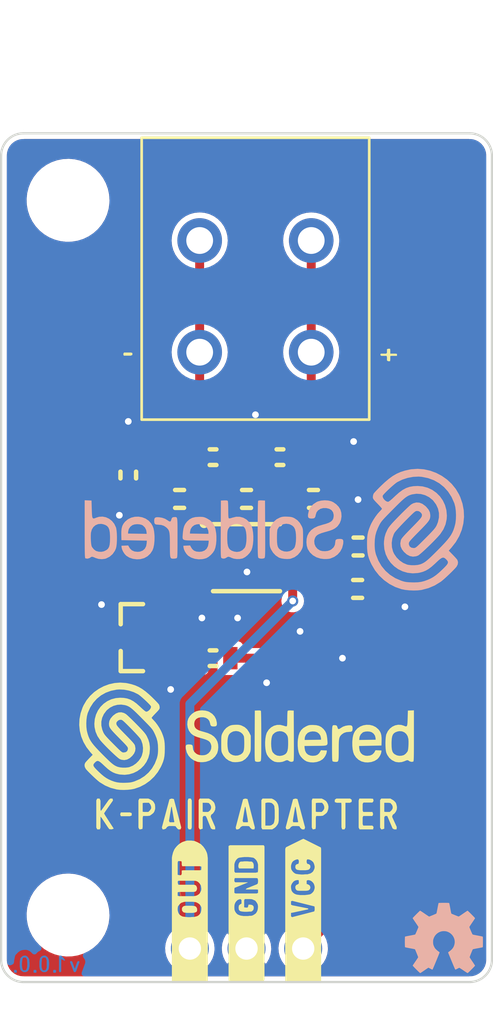
<source format=kicad_pcb>
(kicad_pcb (version 20211014) (generator pcbnew)
  (layers (0 "F.Cu" signal) (31 "B.Cu" signal) (34 "B.Paste" user) (35 "F.Paste" user) (36 "B.SilkS" user "B.Silkscreen") (37 "F.SilkS" user "F.Silkscreen") (38 "B.Mask" user) (39 "F.Mask" user) (44 "Edge.Cuts" user))
  (net 0 "")
  (net 1 "Net-(C1-Pad1)")
  (net 2 "GND")
  (net 3 "Net-(C2-Pad1)")
  (net 4 "VCC")
  (net 5 "Net-(K1-Pad1)")
  (net 6 "Net-(K1-Pad2)")
  (net 7 "Net-(K2-Pad1)")
  (net 8 "Net-(K2-Pad3)")
  (net 9 "Net-(R4-Pad1)")
  (footprint "e-radionica.com footprinti:0603C" (layer "F.Cu") (at 96 110.37)
    (fp_text reference "C3")
    (fp_text value "0.01uF")
    (pad "1" smd rect locked (at -0.73 0) (size 0.66 1) (layers "F.Cu" "F.Paste" "F.Mask") (net 2 "GND"))
    (pad "2" smd rect locked (at 0.73 0) (size 0.66 1) (layers "F.Cu" "F.Paste" "F.Mask") (net 3 "Net-(C2-Pad1)"))
  )
  (footprint "e-radionica.com footprinti:0603R" (layer "F.Cu") (at 97.5 117.5)
    (fp_text reference "R4")
    (fp_text value "1K")
    (pad "1" smd rect locked (at -0.775 0 90) (size 1 0.64) (layers "F.Cu" "F.Paste" "F.Mask") (net 9 "Net-(R4-Pad1)"))
    (pad "2" smd rect locked (at 0.775 0 90) (size 1 0.64) (layers "F.Cu" "F.Paste" "F.Mask") (net 4 "VCC"))
  )
  (footprint "e-radionica.com footprinti:0603L" (layer "F.Cu") (at 104 114.4 180)
    (fp_text reference "L1")
    (fp_text value "Ferrite bead")
    (pad "1" smd rect locked (at -0.71 0 180) (size 0.66 1) (layers "F.Cu" "F.Paste" "F.Mask") (net 8 "Net-(K2-Pad3)"))
    (pad "2" smd rect locked (at 0.75 0 180) (size 0.66 1) (layers "F.Cu" "F.Paste" "F.Mask") (net 4 "VCC"))
  )
  (footprint "e-radionica.com footprinti:0603R" (layer "F.Cu") (at 97.5 108.5)
    (fp_text reference "R3")
    (fp_text value "100R")
    (pad "1" smd rect locked (at -0.775 0 90) (size 1 0.64) (layers "F.Cu" "F.Paste" "F.Mask") (net 5 "Net-(K1-Pad1)"))
    (pad "2" smd rect locked (at 0.775 0 90) (size 1 0.64) (layers "F.Cu" "F.Paste" "F.Mask") (net 3 "Net-(C2-Pad1)"))
  )
  (footprint "e-radionica.com footprinti:0603C" (layer "F.Cu") (at 104 112.5)
    (fp_text reference "C4")
    (fp_text value "0.1uF")
    (pad "1" smd rect locked (at -0.73 0) (size 0.66 1) (layers "F.Cu" "F.Paste" "F.Mask") (net 4 "VCC"))
    (pad "2" smd rect locked (at 0.73 0) (size 0.66 1) (layers "F.Cu" "F.Paste" "F.Mask") (net 2 "GND"))
  )
  (footprint "Soldered Graphics:Logo-Front-SolderedFULL-15mm" (layer "F.Cu") (at 99 121)
    (fp_text reference "REF**" hide)
    (fp_text value "Logo-Front-SolderedFULL-15mm" hide)
  )
  (footprint "Soldered Graphics:Logo-Back-SolderedFULL-17mm" (layer "F.Cu") (at 100.25 111.75)
    (fp_text reference "REF**" hide)
    (fp_text value "Logo-Front-SolderedFULL-17mm" hide)
  )
  (footprint "buzzardLabel" (layer "F.Cu") (at 99 124.5)
    (fp_text reference "" (at 0 0) (layer "F.SilkS") (effects (font (size 1.27 1.27))))
    (fp_text value "" (at 0 0) (layer "F.SilkS") (effects (font (size 1.27 1.27))))
  )
  (footprint "e-radionica.com footprinti:0603R" (layer "F.Cu") (at 100.5 108.5 180)
    (fp_text reference "R2")
    (fp_text value "100R")
    (pad "1" smd rect locked (at -0.775 0 270) (size 1 0.64) (layers "F.Cu" "F.Paste" "F.Mask") (net 6 "Net-(K1-Pad2)"))
    (pad "2" smd rect locked (at 0.775 0 270) (size 1 0.64) (layers "F.Cu" "F.Paste" "F.Mask") (net 1 "Net-(C1-Pad1)"))
  )
  (footprint "buzzardLabel" (layer "F.Cu") (at 96.46 132.4 90)
    (fp_text reference "" (at 0 0 90) (layer "F.SilkS") (effects (font (size 1.27 1.27))))
    (fp_text value "" (at 0 0 90) (layer "F.SilkS") (effects (font (size 1.27 1.27))))
  )
  (footprint "buzzardLabel" (layer "F.Cu") (at 105.37 103.92)
    (fp_text reference "" (at 0 0) (layer "F.SilkS") (effects (font (size 1.27 1.27))))
    (fp_text value "" (at 0 0) (layer "F.SilkS") (effects (font (size 1.27 1.27))))
  )
  (footprint "e-radionica.com footprinti:0603C" (layer "F.Cu") (at 99 110.37)
    (fp_text reference "C2")
    (fp_text value "0.1uF")
    (pad "1" smd rect locked (at -0.73 0) (size 0.66 1) (layers "F.Cu" "F.Paste" "F.Mask") (net 3 "Net-(C2-Pad1)"))
    (pad "2" smd rect locked (at 0.73 0) (size 0.66 1) (layers "F.Cu" "F.Paste" "F.Mask") (net 1 "Net-(C1-Pad1)"))
  )
  (footprint "e-radionica.com footprinti:TERMINAL_KF235-5.0-2P" (layer "F.Cu") (at 99.4 101.3 180)
    (fp_text reference "K1")
    (fp_text value "TERMINAL_KF235-5.0-2P")
    (pad "1" thru_hole circle (at 2.5 -2.5 180) (size 2 2) (drill 1.2) (layers *.Cu *.Mask) (net 5 "Net-(K1-Pad1)"))
    (pad "1" thru_hole circle (at 2.5 2.5 180) (size 2 2) (drill 1.2) (layers *.Cu *.Mask) (net 5 "Net-(K1-Pad1)"))
    (pad "2" thru_hole circle (at -2.5 -2.5 180) (size 2 2) (drill 1.2) (layers *.Cu *.Mask) (net 6 "Net-(K1-Pad2)"))
    (pad "2" thru_hole circle (at -2.5 2.5 180) (size 2 2) (drill 1.2) (layers *.Cu *.Mask) (net 6 "Net-(K1-Pad2)"))
  )
  (footprint "e-radionica.com footprinti:HOLE_3.2mm" (layer "F.Cu") (at 91 129)
    (fp_text reference "H1" hide)
    (fp_text value "HOLE_3.2mm" hide)
    (pad "" np_thru_hole circle locked (at 0 0) (size 3.2 3.2) (drill 3.2) (layers F&B.Cu *.Mask))
  )
  (footprint "Soldered Graphics:Logo-Back-OSH-3.5mm" (layer "F.Cu") (at 107.85 130.03)
    (fp_text reference "G***" hide)
    (fp_text value "LOGO" hide)
  )
  (footprint "e-radionica.com footprinti:SOT-23-3" (layer "F.Cu") (at 94.06 116.58 180)
    (fp_text reference "U1")
    (fp_text value "TL431ACDBZ")
    (pad "1" smd rect locked (at -1.2 -0.95 270) (size 0.6 1) (layers "F.Cu" "F.Paste" "F.Mask") (net 9 "Net-(R4-Pad1)"))
    (pad "2" smd rect locked (at -1.2 0.95 270) (size 0.6 1) (layers "F.Cu" "F.Paste" "F.Mask") (net 9 "Net-(R4-Pad1)"))
    (pad "3" smd rect locked (at 1.2 0 270) (size 0.6 1) (layers "F.Cu" "F.Paste" "F.Mask") (net 2 "GND"))
  )
  (footprint "e-radionica.com footprinti:0603C" (layer "F.Cu") (at 102 110.37)
    (fp_text reference "C1")
    (fp_text value "0.01uF")
    (pad "1" smd rect locked (at -0.73 0) (size 0.66 1) (layers "F.Cu" "F.Paste" "F.Mask") (net 1 "Net-(C1-Pad1)"))
    (pad "2" smd rect locked (at 0.73 0) (size 0.66 1) (layers "F.Cu" "F.Paste" "F.Mask") (net 2 "GND"))
  )
  (footprint "e-radionica.com footprinti:HOLE_3.2mm" (layer "F.Cu") (at 91 97)
    (fp_text reference "H2" hide)
    (fp_text value "HOLE_3.2mm" hide)
    (pad "" np_thru_hole circle locked (at 0 0) (size 3.2 3.2) (drill 3.2) (layers F&B.Cu *.Mask))
  )
  (footprint "e-radionica.com footprinti:TP4056M-MSOP8" (layer "F.Cu") (at 99 113)
    (fp_text reference "U2")
    (fp_text value "AD8495ARMZ")
    (pad "1" smd rect locked (at -1.975 -0.975) (size 1.35 0.45) (layers "F.Cu" "F.Paste" "F.Mask") (net 3 "Net-(C2-Pad1)"))
    (pad "2" smd rect locked (at -1.975 -0.325) (size 1.35 0.45) (layers "F.Cu" "F.Paste" "F.Mask") (net 9 "Net-(R4-Pad1)"))
    (pad "3" smd rect locked (at -1.975 0.325) (size 1.35 0.45) (layers "F.Cu" "F.Paste" "F.Mask") (net 2 "GND"))
    (pad "4" smd rect locked (at -1.975 0.975) (size 1.35 0.45) (layers "F.Cu" "F.Paste" "F.Mask"))
    (pad "5" smd rect locked (at 1.975 0.975) (size 1.35 0.45) (layers "F.Cu" "F.Paste" "F.Mask") (net 7 "Net-(K2-Pad1)"))
    (pad "6" smd rect locked (at 1.975 0.325) (size 1.35 0.45) (layers "F.Cu" "F.Paste" "F.Mask") (net 7 "Net-(K2-Pad1)"))
    (pad "7" smd rect locked (at 1.975 -0.325) (size 1.35 0.45) (layers "F.Cu" "F.Paste" "F.Mask") (net 4 "VCC"))
    (pad "8" smd rect locked (at 1.975 -0.975) (size 1.35 0.45) (layers "F.Cu" "F.Paste" "F.Mask") (net 1 "Net-(C1-Pad1)"))
  )
  (footprint "e-radionica.com footprinti:0603R" (layer "F.Cu") (at 93.7 109.3 90)
    (fp_text reference "R1")
    (fp_text value "1M")
    (pad "1" smd rect locked (at -0.775 0 180) (size 1 0.64) (layers "F.Cu" "F.Paste" "F.Mask") (net 2 "GND"))
    (pad "2" smd rect locked (at 0.775 0 180) (size 1 0.64) (layers "F.Cu" "F.Paste" "F.Mask") (net 5 "Net-(K1-Pad1)"))
  )
  (footprint "buzzardLabel" (layer "F.Cu") (at 99 132.35 90)
    (fp_text reference "" (at 0 0 90) (layer "F.SilkS") (effects (font (size 1.27 1.27))))
    (fp_text value "" (at 0 0 90) (layer "F.SilkS") (effects (font (size 1.27 1.27))))
  )
  (footprint "e-radionica.com footprinti:FIDUCIAL_23" (layer "F.Cu") (at 99.4 96.5)
    (fp_text reference "FD1")
    (fp_text value "FIDUCIAL")
    (fp_circle (center 0 0) (end 1 0) (layer "F.Cu") (width 0.2) (fill none))
    (pad "1" smd circle (at 0 0) (size 1 1) (layers "F.Cu" "F.Paste" "F.Mask") (clearance 1.1))
  )
  (footprint "buzzardLabel" (layer "F.Cu") (at 93.68 103.89)
    (fp_text reference "" (at 0 0) (layer "F.SilkS") (effects (font (size 1.27 1.27))))
    (fp_text value "" (at 0 0) (layer "F.SilkS") (effects (font (size 1.27 1.27))))
  )
  (footprint "buzzardLabel" (layer "F.Cu") (at 101.54 132.4 90)
    (fp_text reference "" (at 0 0 90) (layer "F.SilkS") (effects (font (size 1.27 1.27))))
    (fp_text value "" (at 0 0 90) (layer "F.SilkS") (effects (font (size 1.27 1.27))))
  )
  (footprint "Soldered Graphics:Version1.0.0." (layer "B.Cu") (at 90 131.2 180)
    (fp_text reference "Ref**" hide)
    (fp_text value "Val**" hide)
    (fp_poly (pts (xy 0.43 -0.38) (xy 0.48 -0.38) (xy 0.54 -0.37) (xy 0.54 -0.33) (xy 0.54 -0.27) (xy 0.5 -0.26) (xy 0.45 -0.26) (xy 0.42 -0.29) (xy 0.42 -0.34) (xy 0.43 -0.38)) (layer "B.Cu") (width 0.01) (fill solid))
    (fp_poly (pts (xy -0.67 -0.35) (xy -0.62 -0.35) (xy -0.6 -0.31) (xy -0.6 0.35) (xy -0.64 0.38) (xy -0.69 0.38) (xy -0.73 0.34) (xy -0.84 0.22) (xy -0.86 0.17) (xy -0.83 0.16) (xy -0.73 0.22) (xy -0.69 0.23) (xy -0.69 -0.31) (xy -0.67 -0.35)) (layer "B.Cu") (width 0.01) (fill solid))
    (fp_poly (pts (xy 0.06 -0.35) (xy 0.11 -0.35) (xy 0.17 -0.33) (xy 0.13 -0.28) (xy 0.03 -0.28) (xy -0.01 -0.25) (xy -0.03 -0.2) (xy -0.05 -0.15) (xy -0.05 -0.11) (xy -0.05 0.01) (xy -0.05 0.13) (xy -0.05 0.17) (xy -0.03 0.22) (xy -0.01 0.27) (xy 0.02 0.3) (xy 0.13 0.3) (xy 0.16 0.26) (xy 0.18 0.21) (xy 0.18 0.15) (xy 0.19 0.05) (xy 0.19 -0.08) (xy 0.19 -0.12) (xy 0.18 -0.17) (xy 0.16 -0.22) (xy 0.14 -0.27) (xy 0.14 -0.28) (xy 0.17 -0.32) (xy 0.21 -0.29) (xy 0.24 -0.26) (xy 0.26 -0.22) (xy 0.27 -0.16) (xy 0.28 -0.11) (xy 0.28 -0.06) (xy 0.28 0.06) (xy 0.28 0.12) (xy 0.27 0.17) (xy 0.26 0.22) (xy 0.25 0.27) (xy 0.22 0.3) (xy 0.19 0.34) (xy 0.13 0.37) (xy 0.08 0.38) (xy 0.02 0.38) (xy -0.03 0.35) (xy -0.08 0.31) (xy -0.1 0.28) (xy -0.12 0.23) (xy -0.14 0.18) (xy -0.14 0.13) (xy -0.15 0.08) (xy -0.15 -0.04) (xy -0.14 -0.1) (xy -0.14 -0.14) (xy -0.13 -0.2) (xy -0.11 -0.25) (xy -0.08 -0.28) (xy -0.05 -0.32) (xy 0.01 -0.35) (xy 0.06 -0.35)) (layer "B.Cu") (width 0.01) (fill solid))
    (fp_poly (pts (xy -1.33 -0.35) (xy -1.27 -0.35) (xy -1.25 -0.31) (xy -1.09 0.1) (xy -1.11 0.13) (xy -1.16 0.13) (xy -1.19 0.1) (xy -1.28 -0.16) (xy -1.3 -0.21) (xy -1.32 -0.17) (xy -1.41 0.09) (xy -1.44 0.13) (xy -1.49 0.13) (xy -1.51 0.1) (xy -1.36 -0.31) (xy -1.33 -0.35)) (layer "B.Cu") (width 0.01) (fill solid))
    (fp_poly (pts (xy 1.31 -0.38) (xy 1.36 -0.38) (xy 1.41 -0.37) (xy 1.42 -0.33) (xy 1.42 -0.27) (xy 1.38 -0.26) (xy 1.33 -0.26) (xy 1.3 -0.29) (xy 1.3 -0.34) (xy 1.31 -0.38)) (layer "B.Cu") (width 0.01) (fill solid))
    (fp_poly (pts (xy -0.44 -0.38) (xy -0.39 -0.38) (xy -0.34 -0.37) (xy -0.34 -0.33) (xy -0.34 -0.27) (xy -0.38 -0.26) (xy -0.43 -0.26) (xy -0.46 -0.29) (xy -0.46 -0.34) (xy -0.44 -0.38)) (layer "B.Cu") (width 0.01) (fill solid))
    (fp_poly (pts (xy 0.93 -0.35) (xy 0.99 -0.35) (xy 1.04 -0.33) (xy 1.01 -0.28) (xy 0.91 -0.28) (xy 0.87 -0.25) (xy 0.85 -0.2) (xy 0.83 -0.15) (xy 0.83 -0.11) (xy 0.82 0.01) (xy 0.83 0.13) (xy 0.83 0.17) (xy 0.84 0.22) (xy 0.87 0.27) (xy 0.9 0.3) (xy 1.01 0.3) (xy 1.04 0.26) (xy 1.05 0.21) (xy 1.06 0.15) (xy 1.07 0.05) (xy 1.07 -0.08) (xy 1.06 -0.12) (xy 1.06 -0.17) (xy 1.04 -0.22) (xy 1.02 -0.27) (xy 1.01 -0.28) (xy 1.05 -0.32) (xy 1.09 -0.29) (xy 1.12 -0.26) (xy 1.14 -0.22) (xy 1.15 -0.16) (xy 1.16 -0.11) (xy 1.16 -0.06) (xy 1.16 0.06) (xy 1.16 0.12) (xy 1.15 0.17) (xy 1.14 0.22) (xy 1.13 0.27) (xy 1.1 0.3) (xy 1.06 0.34) (xy 1.01 0.37) (xy 0.95 0.38) (xy 0.9 0.38) (xy 0.84 0.35) (xy 0.8 0.31) (xy 0.78 0.28) (xy 0.75 0.23) (xy 0.74 0.18) (xy 0.74 0.13) (xy 0.73 0.08) (xy 0.73 -0.04) (xy 0.73 -0.1) (xy 0.74 -0.14) (xy 0.75 -0.2) (xy 0.77 -0.25) (xy 0.79 -0.28) (xy 0.83 -0.32) (xy 0.89 -0.35) (xy 0.93 -0.35)) (layer "B.Cu") (width 0.01) (fill solid))
  )
  (footprint "e-radionica.com footprinti:HEADER_MALE_3X1" (layer "B.Cu") (at 99 130.5)
    (fp_text reference "K2")
    (fp_text value "HEADER_MALE_3X1")
    (pad "1" thru_hole circle locked (at -2.54 0) (size 1.7 1.7) (drill 1) (layers *.Cu *.Mask) (net 7 "Net-(K2-Pad1)"))
    (pad "2" thru_hole circle locked (at 0 0) (size 1.7 1.7) (drill 1) (layers *.Cu *.Mask) (net 2 "GND"))
    (pad "3" thru_hole circle locked (at 2.54 0) (size 1.7 1.7) (drill 1) (layers *.Cu *.Mask) (net 8 "Net-(K2-Pad3)"))
  )
  (gr_arc (start 88 95) (mid 88.292893 94.292893) (end 89 94) (layer "Edge.Cuts") (width 0.1))
  (gr_arc (start 109 94) (mid 109.707107 94.292893) (end 110 95) (layer "Edge.Cuts") (width 0.1))
  (gr_line (start 89 132) (end 109 132) (layer "Edge.Cuts") (width 0.1))
  (gr_line (start 110 131) (end 110 95) (layer "Edge.Cuts") (width 0.1))
  (gr_arc (start 110 131) (mid 109.707107 131.707107) (end 109 132) (layer "Edge.Cuts") (width 0.1))
  (gr_line (start 109 94) (end 89 94) (layer "Edge.Cuts") (width 0.1))
  (gr_line (start 88 95) (end 88 131) (layer "Edge.Cuts") (width 0.1))
  (gr_arc (start 89 132) (mid 88.292893 131.707107) (end 88 131) (layer "Edge.Cuts") (width 0.1))
  (segment (start 99.73 110.37) (end 101.27 110.37) (width 0.4) (layer "F.Cu") (net 1))
  (segment (start 101.27 111.73) (end 100.975 112.025) (width 0.4) (layer "F.Cu") (net 1))
  (segment (start 99.73 110.37) (end 99.73 108.505) (width 0.4) (layer "F.Cu") (net 1))
  (segment (start 99.73 108.505) (end 99.725 108.5) (width 0.4) (layer "F.Cu") (net 1))
  (segment (start 101.27 110.37) (end 101.27 111.73) (width 0.4) (layer "F.Cu") (net 1))
  (via (at 92.5 115.1) (size 0.5) (drill 0.3) (layers "F.Cu" "B.Cu") (net 2))
  (via (at 95.6 118.9) (size 0.5) (drill 0.3) (layers "F.Cu" "B.Cu") (net 2))
  (via (at 93.7 106.9) (size 0.5) (drill 0.3) (layers "F.Cu" "B.Cu") (net 2))
  (via (at 93.3 111.1) (size 0.5) (drill 0.3) (layers "F.Cu" "B.Cu") (net 2))
  (via (at 104 110.4) (size 0.5) (drill 0.3) (layers "F.Cu" "B.Cu") (net 2))
  (via (at 97 115.7) (size 0.5) (drill 0.3) (layers "F.Cu" "B.Cu") (net 2))
  (via (at 106.1 115.2) (size 0.5) (drill 0.3) (layers "F.Cu" "B.Cu") (net 2))
  (via (at 101.4 116.3) (size 0.5) (drill 0.3) (layers "F.Cu" "B.Cu") (net 2))
  (via (at 99.4 106.6) (size 0.5) (drill 0.3) (layers "F.Cu" "B.Cu") (net 2))
  (via (at 98.6 115.7) (size 0.5) (drill 0.3) (layers "F.Cu" "B.Cu") (net 2))
  (via (at 103.3 117.5) (size 0.5) (drill 0.3) (layers "F.Cu" "B.Cu") (net 2))
  (via (at 99.02 113.64) (size 0.5) (drill 0.3) (layers "F.Cu" "B.Cu") (net 2))
  (via (at 103.8 107.8) (size 0.5) (drill 0.3) (layers "F.Cu" "B.Cu") (net 2))
  (via (at 99.9 118.6) (size 0.5) (drill 0.3) (layers "F.Cu" "B.Cu") (net 2))
  (segment (start 96.74 110.38) (end 96.73 110.37) (width 0.4) (layer "F.Cu") (net 3))
  (segment (start 98.27 110.37) (end 98.27 108.505) (width 0.4) (layer "F.Cu") (net 3))
  (segment (start 98.27 108.505) (end 98.275 108.5) (width 0.4) (layer "F.Cu") (net 3))
  (segment (start 97.025 112.025) (end 96.74 111.74) (width 0.4) (layer "F.Cu") (net 3))
  (segment (start 96.74 111.74) (end 96.74 110.38) (width 0.4) (layer "F.Cu") (net 3))
  (segment (start 96.73 110.37) (end 98.27 110.37) (width 0.4) (layer "F.Cu") (net 3))
  (segment (start 100.975 112.675) (end 103.095 112.675) (width 0.4) (layer "F.Cu") (net 4))
  (segment (start 101.6 117.5) (end 98.275 117.5) (width 0.4) (layer "F.Cu") (net 4))
  (segment (start 103.095 112.675) (end 103.27 112.5) (width 0.4) (layer "F.Cu") (net 4))
  (segment (start 103.25 115.85) (end 101.6 117.5) (width 0.4) (layer "F.Cu") (net 4))
  (segment (start 103.27 114.48) (end 103.25 114.5) (width 0.4) (layer "F.Cu") (net 4))
  (segment (start 103.27 112.5) (end 103.27 114.48) (width 0.4) (layer "F.Cu") (net 4))
  (segment (start 103.25 114.5) (end 103.25 115.85) (width 0.4) (layer "F.Cu") (net 4))
  (segment (start 96.9 108.325) (end 96.725 108.5) (width 0.4) (layer "F.Cu") (net 5))
  (segment (start 93.725 108.5) (end 93.7 108.525) (width 0.4) (layer "F.Cu") (net 5))
  (segment (start 96.9 103.8) (end 96.9 98.8) (width 0.4) (layer "F.Cu") (net 5))
  (segment (start 96.725 108.5) (end 93.725 108.5) (width 0.4) (layer "F.Cu") (net 5))
  (segment (start 96.9 103.8) (end 96.9 108.325) (width 0.4) (layer "F.Cu") (net 5))
  (segment (start 101.9 107.875) (end 101.275 108.5) (width 0.4) (layer "F.Cu") (net 6))
  (segment (start 101.9 98.8) (end 101.9 103.8) (width 0.4) (layer "F.Cu") (net 6))
  (segment (start 101.9 103.8) (end 101.9 107.875) (width 0.4) (layer "F.Cu") (net 6))
  (segment (start 101.07 114.07) (end 100.975 113.975) (width 0.4) (layer "F.Cu") (net 7))
  (segment (start 102.125 113.325) (end 102.3 113.5) (width 0.25) (layer "F.Cu") (net 7))
  (segment (start 101.07 114.94) (end 101.07 114.07) (width 0.4) (layer "F.Cu") (net 7))
  (segment (start 102.3 113.5) (end 102.3 113.85) (width 0.25) (layer "F.Cu") (net 7))
  (segment (start 100.975 113.325) (end 102.125 113.325) (width 0.25) (layer "F.Cu") (net 7))
  (segment (start 102.175 113.975) (end 100.975 113.975) (width 0.25) (layer "F.Cu") (net 7))
  (segment (start 102.3 113.85) (end 102.175 113.975) (width 0.25) (layer "F.Cu") (net 7))
  (via (at 101.07 114.94) (size 0.5) (drill 0.3) (layers "F.Cu" "B.Cu") (net 7))
  (segment (start 96.46 119.55) (end 101.07 114.94) (width 0.4) (layer "B.Cu") (net 7))
  (segment (start 96.46 130.5) (end 96.46 119.55) (width 0.4) (layer "B.Cu") (net 7))
  (segment (start 104.66 114.55) (end 104.71 114.5) (width 0.4) (layer "F.Cu") (net 8))
  (segment (start 101.54 130.5) (end 104.66 127.38) (width 0.4) (layer "F.Cu") (net 8))
  (segment (start 104.66 127.38) (end 104.66 114.55) (width 0.4) (layer "F.Cu") (net 8))
  (segment (start 95.525 112.675) (end 97.025 112.675) (width 0.4) (layer "F.Cu") (net 9))
  (segment (start 95.26 115.63) (end 95.2 115.57) (width 0.4) (layer "F.Cu") (net 9))
  (segment (start 96.695 117.53) (end 96.725 117.5) (width 0.4) (layer "F.Cu") (net 9))
  (segment (start 95.2 115.57) (end 95.2 113) (width 0.4) (layer "F.Cu") (net 9))
  (segment (start 95.26 117.53) (end 96.695 117.53) (width 0.4) (layer "F.Cu") (net 9))
  (segment (start 95.26 117.53) (end 95.26 115.63) (width 0.4) (layer "F.Cu") (net 9))
  (segment (start 95.2 113) (end 95.525 112.675) (width 0.4) (layer "F.Cu") (net 9))
  (zone (net 2) (net_name "GND") (layers F&B.Cu) (connect_pads (clearance 0.254)) (min_thickness 0.254) (fill yes (thermal_gap 0.254) (thermal_bridge_width 0.254))
    (polygon (pts (xy 110 132) (xy 88 132) (xy 88 94) (xy 110 94)))
  )
)
</source>
